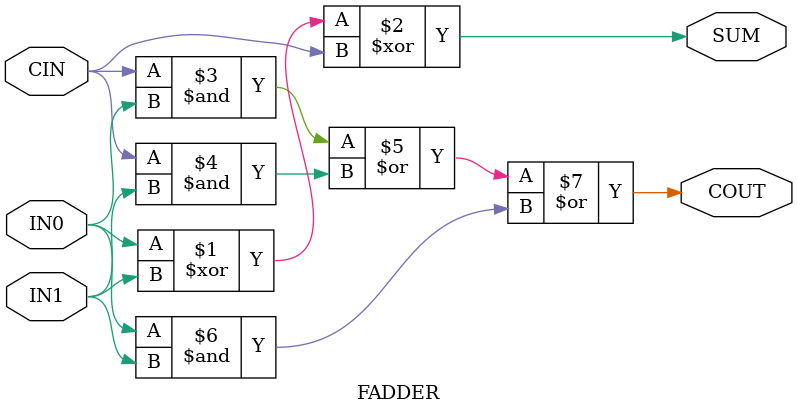
<source format=v>
module FADDER
( 
  IN0, 
  IN1, 
  CIN, 
  COUT, 
  SUM 
);
  input IN0, IN1, CIN;
  output COUT, SUM;
  assign SUM  = IN0^IN1^CIN;
  assign COUT = ((CIN&IN0)|(CIN&IN1)|(IN0&IN1));
endmodule
</source>
